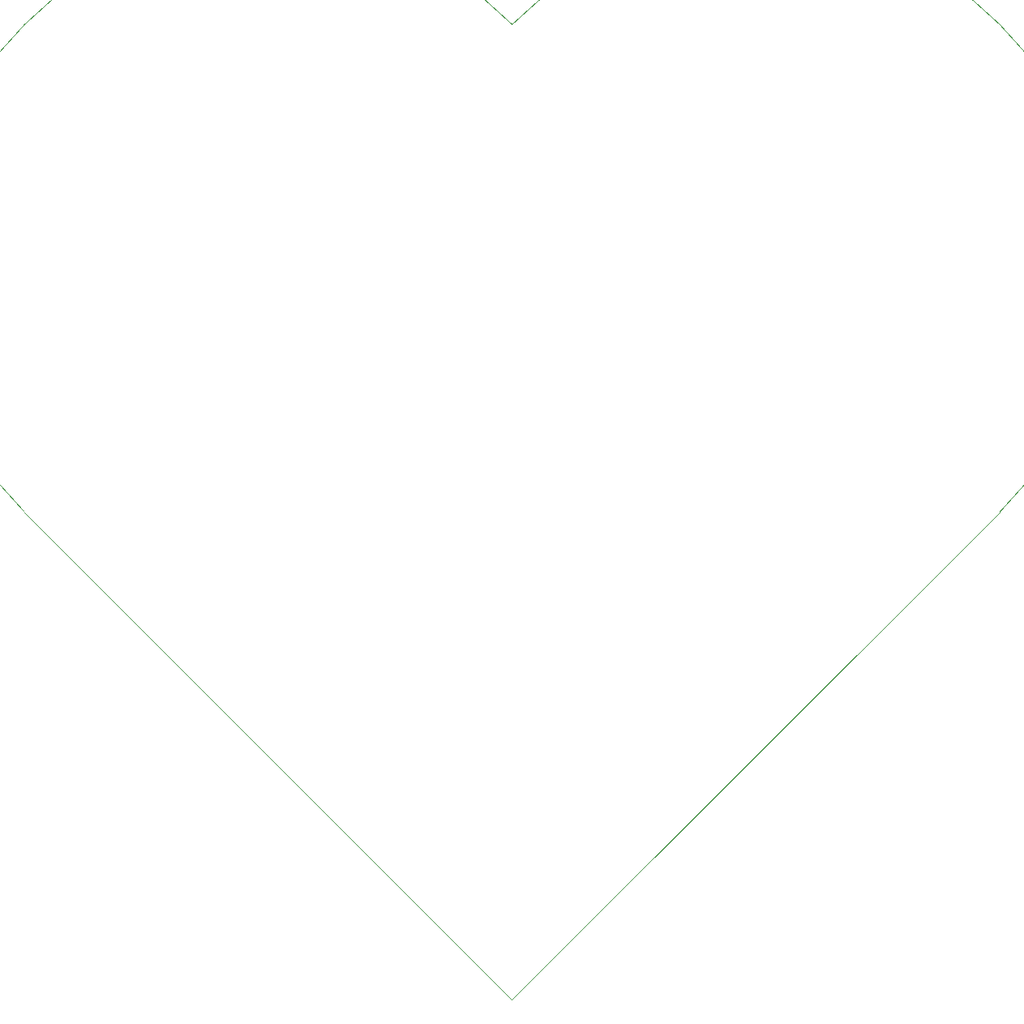
<source format=gbr>
%TF.GenerationSoftware,KiCad,Pcbnew,8.0.2*%
%TF.CreationDate,2024-12-06T21:47:17-05:00*%
%TF.ProjectId,ekg-main,656b672d-6d61-4696-9e2e-6b696361645f,rev?*%
%TF.SameCoordinates,Original*%
%TF.FileFunction,Profile,NP*%
%FSLAX46Y46*%
G04 Gerber Fmt 4.6, Leading zero omitted, Abs format (unit mm)*
G04 Created by KiCad (PCBNEW 8.0.2) date 2024-12-06 21:47:17*
%MOMM*%
%LPD*%
G01*
G04 APERTURE LIST*
%TA.AperFunction,Profile*%
%ADD10C,0.050000*%
%TD*%
G04 APERTURE END LIST*
D10*
X170000000Y-103000000D02*
X220887661Y-153887661D01*
X220916598Y-52083402D02*
G75*
G02*
X271833196Y-103000000I25458299J-25458299D01*
G01*
X170000000Y-103000000D02*
G75*
G02*
X220916598Y-52083402I25458299J25458299D01*
G01*
X271833196Y-103000000D02*
X220887661Y-153887661D01*
M02*

</source>
